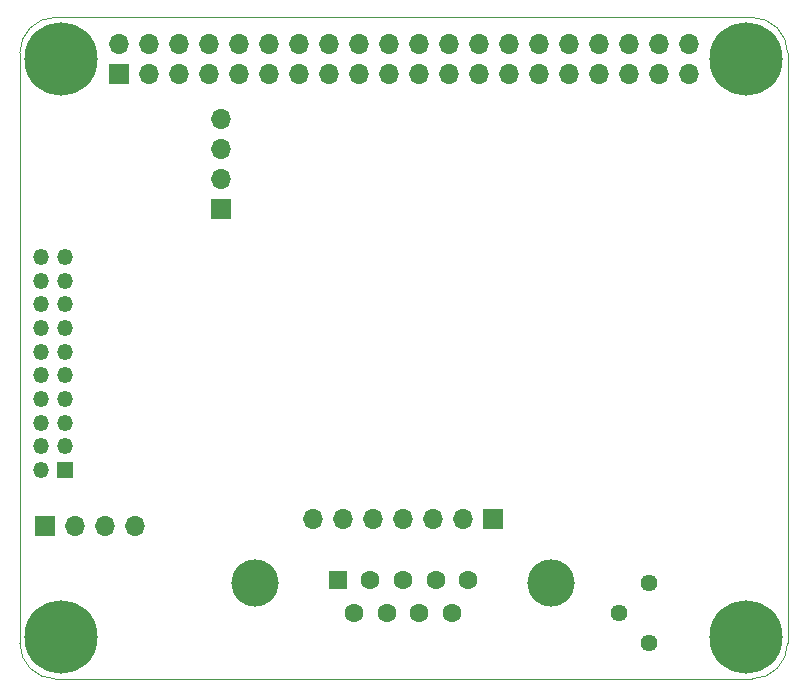
<source format=gbs>
%TF.GenerationSoftware,KiCad,Pcbnew,(2018-02-05 revision 1f487593f)-makepkg*%
%TF.CreationDate,2018-06-26T14:30:34+02:00*%
%TF.ProjectId,MMDVM_Hat,4D4D44564D5F4861742E6B696361645F,rev?*%
%TF.SameCoordinates,Original*%
%TF.FileFunction,Soldermask,Bot*%
%TF.FilePolarity,Negative*%
%FSLAX46Y46*%
G04 Gerber Fmt 4.6, Leading zero omitted, Abs format (unit mm)*
G04 Created by KiCad (PCBNEW (2018-02-05 revision 1f487593f)-makepkg) date 06/26/18 14:30:34*
%MOMM*%
%LPD*%
G01*
G04 APERTURE LIST*
%ADD10C,0.100000*%
%ADD11C,6.200000*%
%ADD12C,4.000000*%
%ADD13C,1.600000*%
%ADD14R,1.600000X1.600000*%
%ADD15O,1.700000X1.700000*%
%ADD16R,1.700000X1.700000*%
%ADD17C,1.440000*%
%ADD18O,1.350000X1.350000*%
%ADD19R,1.350000X1.350000*%
G04 APERTURE END LIST*
D10*
X84400000Y-72300000D02*
G75*
G03X81400000Y-69300000I-3000000J0D01*
G01*
X22400000Y-69300000D02*
X81400000Y-69300000D01*
X22400000Y-69300000D02*
G75*
G03X19400000Y-72300000I0J-3000000D01*
G01*
X81400000Y-125300000D02*
G75*
G03X84400000Y-122300000I0J3000000D01*
G01*
X19400000Y-122300000D02*
G75*
G03X22400000Y-125300000I3000000J0D01*
G01*
X19400000Y-87800000D02*
X19400000Y-122300000D01*
X19400000Y-72300000D02*
X19400000Y-87800000D01*
X22400000Y-125300000D02*
X81400000Y-125300000D01*
X84400000Y-72300000D02*
X84400000Y-122300000D01*
D11*
X80900000Y-72800000D03*
X80900000Y-121800000D03*
X22900000Y-121800000D03*
X22900000Y-72800000D03*
D12*
X64340000Y-117200000D03*
X39340000Y-117200000D03*
D13*
X55995000Y-119740000D03*
X53225000Y-119740000D03*
X50455000Y-119740000D03*
X47685000Y-119740000D03*
X57380000Y-116900000D03*
X54610000Y-116900000D03*
X51840000Y-116900000D03*
X49070000Y-116900000D03*
D14*
X46300000Y-116900000D03*
D15*
X76030000Y-71530000D03*
X76030000Y-74070000D03*
X73490000Y-71530000D03*
X73490000Y-74070000D03*
X70950000Y-71530000D03*
X70950000Y-74070000D03*
X68410000Y-71530000D03*
X68410000Y-74070000D03*
X65870000Y-71530000D03*
X65870000Y-74070000D03*
X63330000Y-71530000D03*
X63330000Y-74070000D03*
X60790000Y-71530000D03*
X60790000Y-74070000D03*
X58250000Y-71530000D03*
X58250000Y-74070000D03*
X55710000Y-71530000D03*
X55710000Y-74070000D03*
X53170000Y-71530000D03*
X53170000Y-74070000D03*
X50630000Y-71530000D03*
X50630000Y-74070000D03*
X48090000Y-71530000D03*
X48090000Y-74070000D03*
X45550000Y-71530000D03*
X45550000Y-74070000D03*
X43010000Y-71530000D03*
X43010000Y-74070000D03*
X40470000Y-71530000D03*
X40470000Y-74070000D03*
X37930000Y-71530000D03*
X37930000Y-74070000D03*
X35390000Y-71530000D03*
X35390000Y-74070000D03*
X32850000Y-71530000D03*
X32850000Y-74070000D03*
X30310000Y-71530000D03*
X30310000Y-74070000D03*
X27770000Y-71530000D03*
D16*
X27770000Y-74070000D03*
X36400000Y-85500000D03*
D15*
X36400000Y-82960000D03*
X36400000Y-80420000D03*
X36400000Y-77880000D03*
X44210000Y-111800000D03*
X46750000Y-111800000D03*
X49290000Y-111800000D03*
X51830000Y-111800000D03*
X54370000Y-111800000D03*
X56910000Y-111800000D03*
D16*
X59450000Y-111800000D03*
D15*
X29120000Y-112400000D03*
X26580000Y-112400000D03*
X24040000Y-112400000D03*
D16*
X21500000Y-112400000D03*
D17*
X72700000Y-117210000D03*
X70160000Y-119750000D03*
X72700000Y-122290000D03*
D18*
X21200000Y-89600000D03*
X23200000Y-89600000D03*
X21200000Y-91600000D03*
X23200000Y-91600000D03*
X21200000Y-93600000D03*
X23200000Y-93600000D03*
X21200000Y-95600000D03*
X23200000Y-95600000D03*
X21200000Y-97600000D03*
X23200000Y-97600000D03*
X21200000Y-99600000D03*
X23200000Y-99600000D03*
X21200000Y-101600000D03*
X23200000Y-101600000D03*
X21200000Y-103600000D03*
X23200000Y-103600000D03*
X21200000Y-105600000D03*
X23200000Y-105600000D03*
X21200000Y-107600000D03*
D19*
X23200000Y-107600000D03*
M02*

</source>
